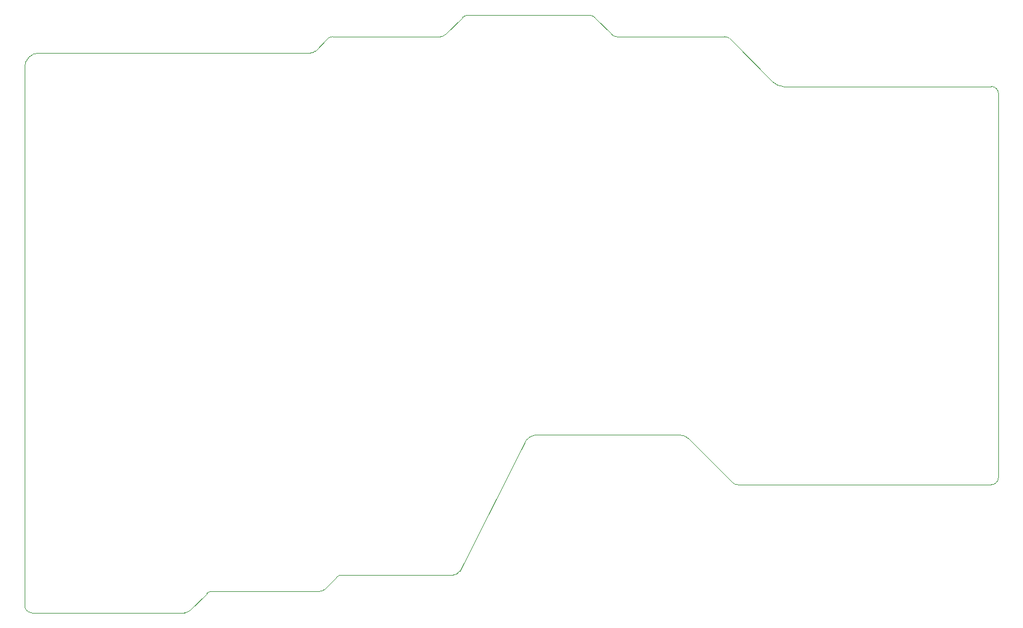
<source format=gm1>
G04 #@! TF.GenerationSoftware,KiCad,Pcbnew,7.0.2*
G04 #@! TF.CreationDate,2023-04-26T23:48:15+03:00*
G04 #@! TF.ProjectId,mriya-right,6d726979-612d-4726-9967-68742e6b6963,0.9*
G04 #@! TF.SameCoordinates,Original*
G04 #@! TF.FileFunction,Profile,NP*
%FSLAX46Y46*%
G04 Gerber Fmt 4.6, Leading zero omitted, Abs format (unit mm)*
G04 Created by KiCad (PCBNEW 7.0.2) date 2023-04-26 23:48:15*
%MOMM*%
%LPD*%
G01*
G04 APERTURE LIST*
G04 #@! TA.AperFunction,Profile*
%ADD10C,0.100000*%
G04 #@! TD*
G04 APERTURE END LIST*
D10*
X205414214Y-41000000D02*
X220585786Y-41000000D01*
X202292893Y-38292893D02*
X204707107Y-40707107D01*
X166714214Y-116700010D02*
G75*
G03*
X166007107Y-116992893I-14J-999990D01*
G01*
X221707107Y-103707107D02*
X215585786Y-97585786D01*
X166714214Y-116700000D02*
X182386154Y-116700000D01*
X258100000Y-104000000D02*
X222414214Y-104000000D01*
X148414214Y-119000010D02*
G75*
G03*
X147707107Y-119292893I-14J-999990D01*
G01*
X214171573Y-97000000D02*
X194227691Y-97000000D01*
X184414214Y-38000010D02*
G75*
G03*
X183707107Y-38292893I-14J-999990D01*
G01*
X122100000Y-121000000D02*
X122100000Y-45300000D01*
X162285786Y-43300000D02*
X124100000Y-43300000D01*
X204707100Y-40707114D02*
G75*
G03*
X205414214Y-41000000I707100J707114D01*
G01*
X122100000Y-121000000D02*
G75*
G03*
X123100000Y-122000000I1000000J0D01*
G01*
X184414214Y-38000000D02*
X201585786Y-38000000D01*
X165414214Y-41000010D02*
G75*
G03*
X164707107Y-41292893I-14J-999990D01*
G01*
X162285786Y-43299990D02*
G75*
G03*
X162992893Y-43007107I14J999990D01*
G01*
X124100000Y-43300000D02*
G75*
G03*
X122100000Y-45300000I0J-2000000D01*
G01*
X221707121Y-103707093D02*
G75*
G03*
X222414214Y-104000000I707079J706993D01*
G01*
X183277849Y-116152637D02*
X192444301Y-98094726D01*
X123100000Y-122000000D02*
X144585786Y-122000000D01*
X163585786Y-118999990D02*
G75*
G03*
X164292893Y-118707107I14J999990D01*
G01*
X227414221Y-47414207D02*
G75*
G03*
X228828427Y-48000000I1414179J1414107D01*
G01*
X183707107Y-38292893D02*
X181292893Y-40707107D01*
X259100000Y-49000000D02*
G75*
G03*
X258100000Y-48000000I-1000000J0D01*
G01*
X148414214Y-119000000D02*
X163585786Y-119000000D01*
X180585786Y-40999990D02*
G75*
G03*
X181292893Y-40707107I14J999990D01*
G01*
X258100000Y-104000000D02*
G75*
G03*
X259100000Y-103000000I0J1000000D01*
G01*
X164707107Y-41292893D02*
X162992893Y-43007107D01*
X165414214Y-41000000D02*
X180585786Y-41000000D01*
X144585786Y-121999990D02*
G75*
G03*
X145292893Y-121707107I14J999990D01*
G01*
X202292900Y-38292886D02*
G75*
G03*
X201585786Y-38000000I-707100J-707114D01*
G01*
X164292893Y-118707107D02*
X166007107Y-116992893D01*
X182386154Y-116699959D02*
G75*
G03*
X183277849Y-116152637I46J999959D01*
G01*
X145292893Y-121707107D02*
X147707107Y-119292893D01*
X215585779Y-97585793D02*
G75*
G03*
X214171573Y-97000000I-1414179J-1414107D01*
G01*
X221292893Y-41292893D02*
X227414214Y-47414214D01*
X221292879Y-41292907D02*
G75*
G03*
X220585786Y-41000000I-707079J-706993D01*
G01*
X194227691Y-96999992D02*
G75*
G03*
X192444301Y-98094726I9J-2000008D01*
G01*
X259100000Y-49000000D02*
X259100000Y-103000000D01*
X228828427Y-48000000D02*
X258100000Y-48000000D01*
M02*

</source>
